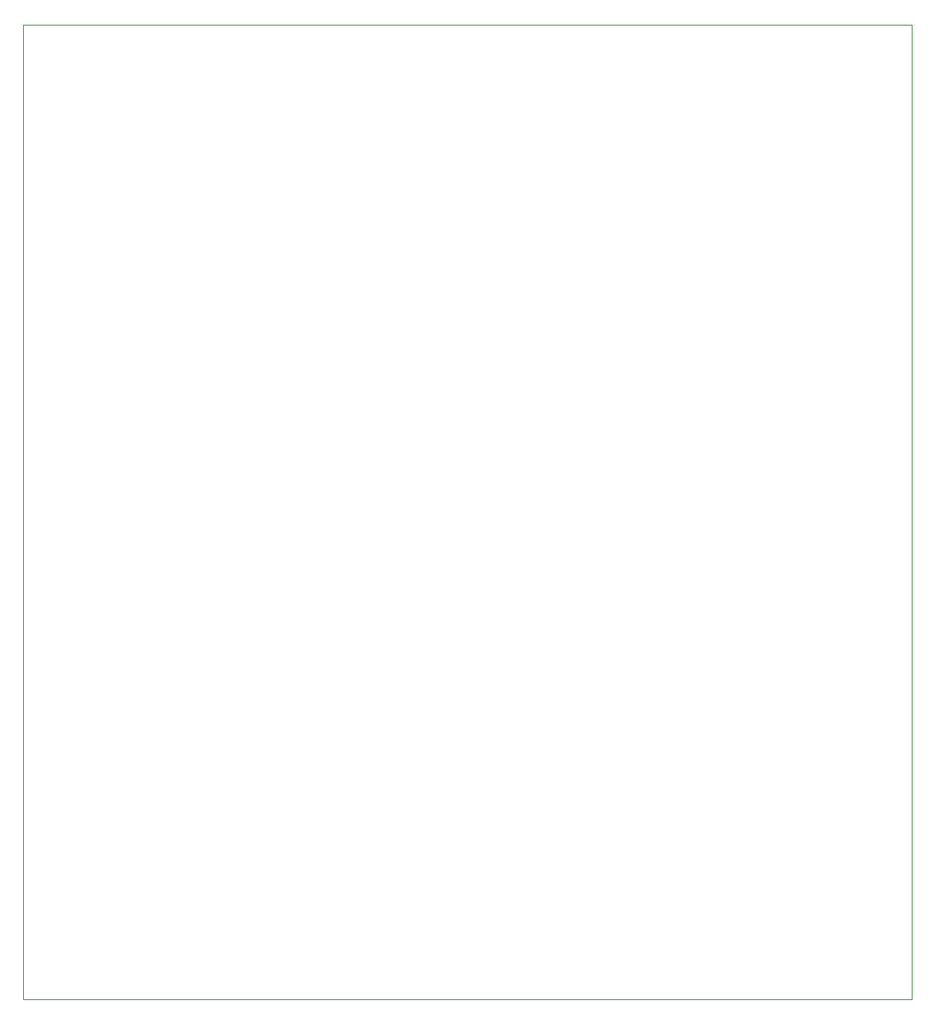
<source format=gbr>
%TF.GenerationSoftware,KiCad,Pcbnew,8.0.1*%
%TF.CreationDate,2024-05-28T14:14:54+01:00*%
%TF.ProjectId,Punck_Components,50756e63-6b5f-4436-9f6d-706f6e656e74,rev?*%
%TF.SameCoordinates,Original*%
%TF.FileFunction,Profile,NP*%
%FSLAX46Y46*%
G04 Gerber Fmt 4.6, Leading zero omitted, Abs format (unit mm)*
G04 Created by KiCad (PCBNEW 8.0.1) date 2024-05-28 14:14:54*
%MOMM*%
%LPD*%
G01*
G04 APERTURE LIST*
%TA.AperFunction,Profile*%
%ADD10C,0.100000*%
%TD*%
G04 APERTURE END LIST*
D10*
X0Y0D02*
X91200000Y0D01*
X91200000Y-100000000D01*
X0Y-100000000D01*
X0Y0D01*
M02*

</source>
